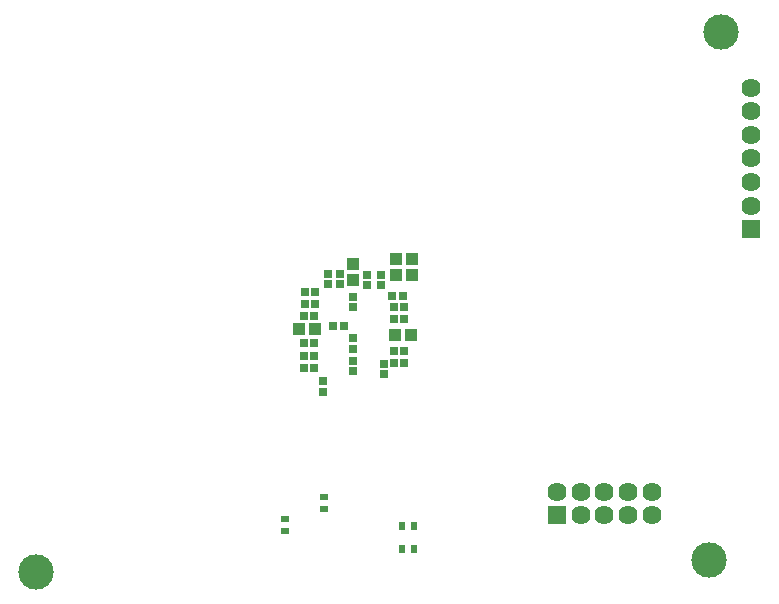
<source format=gbs>
G04*
G04 #@! TF.GenerationSoftware,Altium Limited,Altium Designer,24.4.1 (13)*
G04*
G04 Layer_Color=16711935*
%FSLAX44Y44*%
%MOMM*%
G71*
G04*
G04 #@! TF.SameCoordinates,6542FF27-95F4-46AC-8F84-F2986E28DBEB*
G04*
G04*
G04 #@! TF.FilePolarity,Negative*
G04*
G01*
G75*
%ADD39R,0.6200X0.7200*%
%ADD40R,1.0200X1.1200*%
%ADD43R,0.7200X0.7600*%
%ADD44R,0.7200X0.6200*%
%ADD47R,0.7600X0.7200*%
%ADD55R,1.1200X1.0200*%
%ADD60C,3.0000*%
%ADD64C,1.6200*%
%ADD65R,1.6200X1.6200*%
D39*
X640000Y279000D02*
D03*
X630000D02*
D03*
X640000Y259000D02*
D03*
X630000D02*
D03*
D40*
X542250Y446000D02*
D03*
X555750D02*
D03*
X624250Y505000D02*
D03*
X637750D02*
D03*
Y491000D02*
D03*
X624250D02*
D03*
X637000Y440500D02*
D03*
X623500D02*
D03*
D43*
X555400Y413000D02*
D03*
X546600D02*
D03*
X571600Y448000D02*
D03*
X580400D02*
D03*
X621600Y474000D02*
D03*
X630400D02*
D03*
X622600Y454000D02*
D03*
X631400D02*
D03*
X555400Y434000D02*
D03*
X546600D02*
D03*
Y423000D02*
D03*
X555400D02*
D03*
Y457000D02*
D03*
X546600D02*
D03*
X631400Y464000D02*
D03*
X622600D02*
D03*
X631400Y427000D02*
D03*
X622600D02*
D03*
X631400Y417000D02*
D03*
X622600D02*
D03*
X556400Y477000D02*
D03*
X547600D02*
D03*
Y467000D02*
D03*
X556400D02*
D03*
D44*
X564000Y303000D02*
D03*
Y293000D02*
D03*
X531000Y275000D02*
D03*
Y285000D02*
D03*
D47*
X563000Y401400D02*
D03*
Y392600D02*
D03*
X614371Y407120D02*
D03*
Y415920D02*
D03*
X577000Y483600D02*
D03*
Y492400D02*
D03*
X567000D02*
D03*
Y483600D02*
D03*
X612000Y482600D02*
D03*
Y491400D02*
D03*
X600000D02*
D03*
Y482600D02*
D03*
X588500Y464100D02*
D03*
Y472900D02*
D03*
Y410100D02*
D03*
Y418900D02*
D03*
Y437900D02*
D03*
Y429100D02*
D03*
D55*
Y486750D02*
D03*
Y500250D02*
D03*
D60*
X900000Y697500D02*
D03*
X890000Y250000D02*
D03*
X320000Y240000D02*
D03*
D64*
X925000Y590000D02*
D03*
Y610000D02*
D03*
Y630000D02*
D03*
Y550000D02*
D03*
Y570000D02*
D03*
Y650000D02*
D03*
X761000Y308000D02*
D03*
X781000Y288000D02*
D03*
Y308000D02*
D03*
X801000Y288000D02*
D03*
Y308000D02*
D03*
X821000Y288000D02*
D03*
Y308000D02*
D03*
X841000Y288000D02*
D03*
Y308000D02*
D03*
D65*
X925000Y530000D02*
D03*
X761000Y288000D02*
D03*
M02*

</source>
